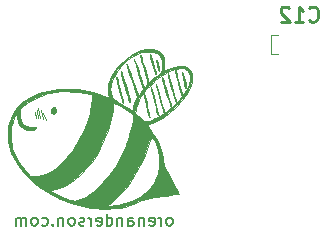
<source format=gbr>
%TF.GenerationSoftware,KiCad,Pcbnew,(5.1.12)-1*%
%TF.CreationDate,2022-08-18T02:06:40-04:00*%
%TF.ProjectId,MiniMicro,4d696e69-4d69-4637-926f-2e6b69636164,rev?*%
%TF.SameCoordinates,Original*%
%TF.FileFunction,Legend,Bot*%
%TF.FilePolarity,Positive*%
%FSLAX46Y46*%
G04 Gerber Fmt 4.6, Leading zero omitted, Abs format (unit mm)*
G04 Created by KiCad (PCBNEW (5.1.12)-1) date 2022-08-18 02:06:40*
%MOMM*%
%LPD*%
G01*
G04 APERTURE LIST*
%ADD10C,0.150000*%
%ADD11C,0.101600*%
%ADD12C,0.010000*%
%ADD13C,0.120000*%
%ADD14C,0.254000*%
G04 APERTURE END LIST*
D10*
X212827380Y-100782380D02*
X212922619Y-100734761D01*
X212970238Y-100687142D01*
X213017857Y-100591904D01*
X213017857Y-100306190D01*
X212970238Y-100210952D01*
X212922619Y-100163333D01*
X212827380Y-100115714D01*
X212684523Y-100115714D01*
X212589285Y-100163333D01*
X212541666Y-100210952D01*
X212494047Y-100306190D01*
X212494047Y-100591904D01*
X212541666Y-100687142D01*
X212589285Y-100734761D01*
X212684523Y-100782380D01*
X212827380Y-100782380D01*
X212065476Y-100782380D02*
X212065476Y-100115714D01*
X212065476Y-100306190D02*
X212017857Y-100210952D01*
X211970238Y-100163333D01*
X211875000Y-100115714D01*
X211779761Y-100115714D01*
X211065476Y-100734761D02*
X211160714Y-100782380D01*
X211351190Y-100782380D01*
X211446428Y-100734761D01*
X211494047Y-100639523D01*
X211494047Y-100258571D01*
X211446428Y-100163333D01*
X211351190Y-100115714D01*
X211160714Y-100115714D01*
X211065476Y-100163333D01*
X211017857Y-100258571D01*
X211017857Y-100353809D01*
X211494047Y-100449047D01*
X210589285Y-100115714D02*
X210589285Y-100782380D01*
X210589285Y-100210952D02*
X210541666Y-100163333D01*
X210446428Y-100115714D01*
X210303571Y-100115714D01*
X210208333Y-100163333D01*
X210160714Y-100258571D01*
X210160714Y-100782380D01*
X209255952Y-100782380D02*
X209255952Y-100258571D01*
X209303571Y-100163333D01*
X209398809Y-100115714D01*
X209589285Y-100115714D01*
X209684523Y-100163333D01*
X209255952Y-100734761D02*
X209351190Y-100782380D01*
X209589285Y-100782380D01*
X209684523Y-100734761D01*
X209732142Y-100639523D01*
X209732142Y-100544285D01*
X209684523Y-100449047D01*
X209589285Y-100401428D01*
X209351190Y-100401428D01*
X209255952Y-100353809D01*
X208779761Y-100115714D02*
X208779761Y-100782380D01*
X208779761Y-100210952D02*
X208732142Y-100163333D01*
X208636904Y-100115714D01*
X208494047Y-100115714D01*
X208398809Y-100163333D01*
X208351190Y-100258571D01*
X208351190Y-100782380D01*
X207446428Y-100782380D02*
X207446428Y-99782380D01*
X207446428Y-100734761D02*
X207541666Y-100782380D01*
X207732142Y-100782380D01*
X207827380Y-100734761D01*
X207875000Y-100687142D01*
X207922619Y-100591904D01*
X207922619Y-100306190D01*
X207875000Y-100210952D01*
X207827380Y-100163333D01*
X207732142Y-100115714D01*
X207541666Y-100115714D01*
X207446428Y-100163333D01*
X206589285Y-100734761D02*
X206684523Y-100782380D01*
X206875000Y-100782380D01*
X206970238Y-100734761D01*
X207017857Y-100639523D01*
X207017857Y-100258571D01*
X206970238Y-100163333D01*
X206875000Y-100115714D01*
X206684523Y-100115714D01*
X206589285Y-100163333D01*
X206541666Y-100258571D01*
X206541666Y-100353809D01*
X207017857Y-100449047D01*
X206113095Y-100782380D02*
X206113095Y-100115714D01*
X206113095Y-100306190D02*
X206065476Y-100210952D01*
X206017857Y-100163333D01*
X205922619Y-100115714D01*
X205827380Y-100115714D01*
X205541666Y-100734761D02*
X205446428Y-100782380D01*
X205255952Y-100782380D01*
X205160714Y-100734761D01*
X205113095Y-100639523D01*
X205113095Y-100591904D01*
X205160714Y-100496666D01*
X205255952Y-100449047D01*
X205398809Y-100449047D01*
X205494047Y-100401428D01*
X205541666Y-100306190D01*
X205541666Y-100258571D01*
X205494047Y-100163333D01*
X205398809Y-100115714D01*
X205255952Y-100115714D01*
X205160714Y-100163333D01*
X204541666Y-100782380D02*
X204636904Y-100734761D01*
X204684523Y-100687142D01*
X204732142Y-100591904D01*
X204732142Y-100306190D01*
X204684523Y-100210952D01*
X204636904Y-100163333D01*
X204541666Y-100115714D01*
X204398809Y-100115714D01*
X204303571Y-100163333D01*
X204255952Y-100210952D01*
X204208333Y-100306190D01*
X204208333Y-100591904D01*
X204255952Y-100687142D01*
X204303571Y-100734761D01*
X204398809Y-100782380D01*
X204541666Y-100782380D01*
X203779761Y-100115714D02*
X203779761Y-100782380D01*
X203779761Y-100210952D02*
X203732142Y-100163333D01*
X203636904Y-100115714D01*
X203494047Y-100115714D01*
X203398809Y-100163333D01*
X203351190Y-100258571D01*
X203351190Y-100782380D01*
X202875000Y-100687142D02*
X202827380Y-100734761D01*
X202875000Y-100782380D01*
X202922619Y-100734761D01*
X202875000Y-100687142D01*
X202875000Y-100782380D01*
X201970238Y-100734761D02*
X202065476Y-100782380D01*
X202255952Y-100782380D01*
X202351190Y-100734761D01*
X202398809Y-100687142D01*
X202446428Y-100591904D01*
X202446428Y-100306190D01*
X202398809Y-100210952D01*
X202351190Y-100163333D01*
X202255952Y-100115714D01*
X202065476Y-100115714D01*
X201970238Y-100163333D01*
X201398809Y-100782380D02*
X201494047Y-100734761D01*
X201541666Y-100687142D01*
X201589285Y-100591904D01*
X201589285Y-100306190D01*
X201541666Y-100210952D01*
X201494047Y-100163333D01*
X201398809Y-100115714D01*
X201255952Y-100115714D01*
X201160714Y-100163333D01*
X201113095Y-100210952D01*
X201065476Y-100306190D01*
X201065476Y-100591904D01*
X201113095Y-100687142D01*
X201160714Y-100734761D01*
X201255952Y-100782380D01*
X201398809Y-100782380D01*
X200636904Y-100782380D02*
X200636904Y-100115714D01*
X200636904Y-100210952D02*
X200589285Y-100163333D01*
X200494047Y-100115714D01*
X200351190Y-100115714D01*
X200255952Y-100163333D01*
X200208333Y-100258571D01*
X200208333Y-100782380D01*
X200208333Y-100258571D02*
X200160714Y-100163333D01*
X200065476Y-100115714D01*
X199922619Y-100115714D01*
X199827380Y-100163333D01*
X199779761Y-100258571D01*
X199779761Y-100782380D01*
D11*
%TO.C,G\u002A\u002A\u002A*%
X201443167Y-91647833D02*
X201379946Y-91208625D01*
X201637636Y-91651802D02*
X201505623Y-91022093D01*
X201835000Y-91710000D02*
X201644250Y-90843500D01*
X202052418Y-91766116D02*
X201843267Y-90981732D01*
X202297816Y-91846826D02*
X202078167Y-91245666D01*
D12*
G36*
X211656674Y-86772257D02*
G01*
X211655119Y-86877043D01*
X211674165Y-87041399D01*
X211708231Y-87233630D01*
X211751740Y-87422037D01*
X211799112Y-87574923D01*
X211842781Y-87658575D01*
X211892748Y-87682774D01*
X211897270Y-87658575D01*
X211881158Y-87540618D01*
X211844426Y-87356406D01*
X211796545Y-87145981D01*
X211746987Y-86949386D01*
X211705226Y-86806664D01*
X211684407Y-86758739D01*
X211656674Y-86772257D01*
G37*
X211656674Y-86772257D02*
X211655119Y-86877043D01*
X211674165Y-87041399D01*
X211708231Y-87233630D01*
X211751740Y-87422037D01*
X211799112Y-87574923D01*
X211842781Y-87658575D01*
X211892748Y-87682774D01*
X211897270Y-87658575D01*
X211881158Y-87540618D01*
X211844426Y-87356406D01*
X211796545Y-87145981D01*
X211746987Y-86949386D01*
X211705226Y-86806664D01*
X211684407Y-86758739D01*
X211656674Y-86772257D01*
G36*
X211074451Y-86272841D02*
G01*
X211073546Y-86301791D01*
X211091049Y-86409928D01*
X211138479Y-86599618D01*
X211207335Y-86843740D01*
X211289114Y-87115176D01*
X211375314Y-87386804D01*
X211457435Y-87631506D01*
X211526974Y-87822160D01*
X211575429Y-87931647D01*
X211589454Y-87947500D01*
X211621098Y-87901162D01*
X211614683Y-87868125D01*
X211586973Y-87779345D01*
X211531021Y-87595271D01*
X211454818Y-87342330D01*
X211366353Y-87046947D01*
X211361572Y-87030937D01*
X211252446Y-86671598D01*
X211172867Y-86425474D01*
X211119138Y-86283211D01*
X211087565Y-86235452D01*
X211074451Y-86272841D01*
G37*
X211074451Y-86272841D02*
X211073546Y-86301791D01*
X211091049Y-86409928D01*
X211138479Y-86599618D01*
X211207335Y-86843740D01*
X211289114Y-87115176D01*
X211375314Y-87386804D01*
X211457435Y-87631506D01*
X211526974Y-87822160D01*
X211575429Y-87931647D01*
X211589454Y-87947500D01*
X211621098Y-87901162D01*
X211614683Y-87868125D01*
X211586973Y-87779345D01*
X211531021Y-87595271D01*
X211454818Y-87342330D01*
X211366353Y-87046947D01*
X211361572Y-87030937D01*
X211252446Y-86671598D01*
X211172867Y-86425474D01*
X211119138Y-86283211D01*
X211087565Y-86235452D01*
X211074451Y-86272841D01*
G36*
X208637600Y-87762277D02*
G01*
X208674299Y-87954220D01*
X208752036Y-88258326D01*
X208854355Y-88619767D01*
X209002124Y-89126419D01*
X209118901Y-89524172D01*
X209208954Y-89826131D01*
X209276551Y-90045404D01*
X209325962Y-90195097D01*
X209361453Y-90288318D01*
X209387295Y-90338172D01*
X209407754Y-90357768D01*
X209421257Y-90360500D01*
X209446469Y-90308462D01*
X209426326Y-90185875D01*
X209392529Y-90070465D01*
X209329838Y-89856024D01*
X209244936Y-89565430D01*
X209144509Y-89221566D01*
X209041354Y-88868250D01*
X208935318Y-88507736D01*
X208840674Y-88191094D01*
X208763359Y-87937778D01*
X208709313Y-87767245D01*
X208684476Y-87698949D01*
X208684346Y-87698791D01*
X208641196Y-87678474D01*
X208637600Y-87762277D01*
G37*
X208637600Y-87762277D02*
X208674299Y-87954220D01*
X208752036Y-88258326D01*
X208854355Y-88619767D01*
X209002124Y-89126419D01*
X209118901Y-89524172D01*
X209208954Y-89826131D01*
X209276551Y-90045404D01*
X209325962Y-90195097D01*
X209361453Y-90288318D01*
X209387295Y-90338172D01*
X209407754Y-90357768D01*
X209421257Y-90360500D01*
X209446469Y-90308462D01*
X209426326Y-90185875D01*
X209392529Y-90070465D01*
X209329838Y-89856024D01*
X209244936Y-89565430D01*
X209144509Y-89221566D01*
X209041354Y-88868250D01*
X208935318Y-88507736D01*
X208840674Y-88191094D01*
X208763359Y-87937778D01*
X208709313Y-87767245D01*
X208684476Y-87698949D01*
X208684346Y-87698791D01*
X208641196Y-87678474D01*
X208637600Y-87762277D01*
G36*
X208247423Y-88212931D02*
G01*
X208246447Y-88213886D01*
X208248443Y-88284444D01*
X208278311Y-88452248D01*
X208330027Y-88693341D01*
X208397565Y-88983765D01*
X208474897Y-89299565D01*
X208555999Y-89616783D01*
X208634844Y-89911464D01*
X208705407Y-90159649D01*
X208761661Y-90337382D01*
X208797580Y-90420707D01*
X208802371Y-90424000D01*
X208851453Y-90392405D01*
X208851500Y-90390944D01*
X208836808Y-90315848D01*
X208796820Y-90143871D01*
X208737671Y-89899402D01*
X208665495Y-89606830D01*
X208586426Y-89290547D01*
X208506598Y-88974941D01*
X208432147Y-88684404D01*
X208369205Y-88443323D01*
X208323908Y-88276091D01*
X208302389Y-88207095D01*
X208302169Y-88206791D01*
X208247423Y-88212931D01*
G37*
X208247423Y-88212931D02*
X208246447Y-88213886D01*
X208248443Y-88284444D01*
X208278311Y-88452248D01*
X208330027Y-88693341D01*
X208397565Y-88983765D01*
X208474897Y-89299565D01*
X208555999Y-89616783D01*
X208634844Y-89911464D01*
X208705407Y-90159649D01*
X208761661Y-90337382D01*
X208797580Y-90420707D01*
X208802371Y-90424000D01*
X208851453Y-90392405D01*
X208851500Y-90390944D01*
X208836808Y-90315848D01*
X208796820Y-90143871D01*
X208737671Y-89899402D01*
X208665495Y-89606830D01*
X208586426Y-89290547D01*
X208506598Y-88974941D01*
X208432147Y-88684404D01*
X208369205Y-88443323D01*
X208323908Y-88276091D01*
X208302389Y-88207095D01*
X208302169Y-88206791D01*
X208247423Y-88212931D01*
G36*
X213805722Y-87820495D02*
G01*
X213820798Y-87969526D01*
X213862795Y-88198769D01*
X213906382Y-88394507D01*
X213969612Y-88667330D01*
X214019992Y-88894737D01*
X214051286Y-89047974D01*
X214058500Y-89096088D01*
X214106988Y-89152354D01*
X214122000Y-89154000D01*
X214179296Y-89104129D01*
X214182906Y-89074625D01*
X214164291Y-88939564D01*
X214120168Y-88735126D01*
X214059308Y-88492819D01*
X213990484Y-88244150D01*
X213922467Y-88020626D01*
X213864030Y-87853755D01*
X213823944Y-87775043D01*
X213820500Y-87772916D01*
X213805722Y-87820495D01*
G37*
X213805722Y-87820495D02*
X213820798Y-87969526D01*
X213862795Y-88198769D01*
X213906382Y-88394507D01*
X213969612Y-88667330D01*
X214019992Y-88894737D01*
X214051286Y-89047974D01*
X214058500Y-89096088D01*
X214106988Y-89152354D01*
X214122000Y-89154000D01*
X214179296Y-89104129D01*
X214182906Y-89074625D01*
X214164291Y-88939564D01*
X214120168Y-88735126D01*
X214059308Y-88492819D01*
X213990484Y-88244150D01*
X213922467Y-88020626D01*
X213864030Y-87853755D01*
X213823944Y-87775043D01*
X213820500Y-87772916D01*
X213805722Y-87820495D01*
G36*
X213212225Y-87669758D02*
G01*
X213230140Y-87802529D01*
X213280586Y-88028483D01*
X213365406Y-88357948D01*
X213449371Y-88667153D01*
X213569334Y-89095503D01*
X213661658Y-89407072D01*
X213728786Y-89608464D01*
X213773158Y-89706284D01*
X213797218Y-89707137D01*
X213803491Y-89624958D01*
X213787161Y-89525154D01*
X213743639Y-89334562D01*
X213679985Y-89079253D01*
X213603259Y-88785303D01*
X213520524Y-88478784D01*
X213438838Y-88185770D01*
X213365264Y-87932335D01*
X213306863Y-87744552D01*
X213270694Y-87648494D01*
X213266620Y-87642452D01*
X213224999Y-87619842D01*
X213212225Y-87669758D01*
G37*
X213212225Y-87669758D02*
X213230140Y-87802529D01*
X213280586Y-88028483D01*
X213365406Y-88357948D01*
X213449371Y-88667153D01*
X213569334Y-89095503D01*
X213661658Y-89407072D01*
X213728786Y-89608464D01*
X213773158Y-89706284D01*
X213797218Y-89707137D01*
X213803491Y-89624958D01*
X213787161Y-89525154D01*
X213743639Y-89334562D01*
X213679985Y-89079253D01*
X213603259Y-88785303D01*
X213520524Y-88478784D01*
X213438838Y-88185770D01*
X213365264Y-87932335D01*
X213306863Y-87744552D01*
X213270694Y-87648494D01*
X213266620Y-87642452D01*
X213224999Y-87619842D01*
X213212225Y-87669758D01*
G36*
X212606205Y-87906548D02*
G01*
X212618946Y-87996092D01*
X212659860Y-88171976D01*
X212731123Y-88443946D01*
X212834913Y-88821750D01*
X212918662Y-89120912D01*
X213043089Y-89559902D01*
X213138196Y-89886443D01*
X213207457Y-90110781D01*
X213254346Y-90243160D01*
X213282337Y-90293826D01*
X213294904Y-90273023D01*
X213296500Y-90235114D01*
X213279584Y-90141701D01*
X213233493Y-89951515D01*
X213165212Y-89689528D01*
X213081727Y-89380710D01*
X212990023Y-89050032D01*
X212897088Y-88722466D01*
X212809905Y-88422981D01*
X212735461Y-88176549D01*
X212680741Y-88008141D01*
X212656532Y-87947500D01*
X212619460Y-87893600D01*
X212606205Y-87906548D01*
G37*
X212606205Y-87906548D02*
X212618946Y-87996092D01*
X212659860Y-88171976D01*
X212731123Y-88443946D01*
X212834913Y-88821750D01*
X212918662Y-89120912D01*
X213043089Y-89559902D01*
X213138196Y-89886443D01*
X213207457Y-90110781D01*
X213254346Y-90243160D01*
X213282337Y-90293826D01*
X213294904Y-90273023D01*
X213296500Y-90235114D01*
X213279584Y-90141701D01*
X213233493Y-89951515D01*
X213165212Y-89689528D01*
X213081727Y-89380710D01*
X212990023Y-89050032D01*
X212897088Y-88722466D01*
X212809905Y-88422981D01*
X212735461Y-88176549D01*
X212680741Y-88008141D01*
X212656532Y-87947500D01*
X212619460Y-87893600D01*
X212606205Y-87906548D01*
G36*
X212094676Y-88298846D02*
G01*
X212131492Y-88463836D01*
X212196256Y-88704237D01*
X212281906Y-88997841D01*
X212381380Y-89322437D01*
X212487617Y-89655817D01*
X212593554Y-89975772D01*
X212692131Y-90260094D01*
X212776284Y-90486572D01*
X212838953Y-90632999D01*
X212870794Y-90678000D01*
X212906295Y-90632601D01*
X212899106Y-90598625D01*
X212871601Y-90516092D01*
X212813810Y-90336600D01*
X212733390Y-90084389D01*
X212637995Y-89783700D01*
X212535283Y-89458773D01*
X212432909Y-89133849D01*
X212338528Y-88833168D01*
X212259797Y-88580971D01*
X212204372Y-88401499D01*
X212186856Y-88343452D01*
X212136324Y-88245244D01*
X212092870Y-88231476D01*
X212094676Y-88298846D01*
G37*
X212094676Y-88298846D02*
X212131492Y-88463836D01*
X212196256Y-88704237D01*
X212281906Y-88997841D01*
X212381380Y-89322437D01*
X212487617Y-89655817D01*
X212593554Y-89975772D01*
X212692131Y-90260094D01*
X212776284Y-90486572D01*
X212838953Y-90632999D01*
X212870794Y-90678000D01*
X212906295Y-90632601D01*
X212899106Y-90598625D01*
X212871601Y-90516092D01*
X212813810Y-90336600D01*
X212733390Y-90084389D01*
X212637995Y-89783700D01*
X212535283Y-89458773D01*
X212432909Y-89133849D01*
X212338528Y-88833168D01*
X212259797Y-88580971D01*
X212204372Y-88401499D01*
X212186856Y-88343452D01*
X212136324Y-88245244D01*
X212092870Y-88231476D01*
X212094676Y-88298846D01*
G36*
X211585171Y-88830141D02*
G01*
X211619413Y-88986647D01*
X211677399Y-89220140D01*
X211752918Y-89508241D01*
X211839759Y-89828575D01*
X211931712Y-90158762D01*
X212022567Y-90476425D01*
X212106113Y-90759187D01*
X212176140Y-90984670D01*
X212226436Y-91130496D01*
X212247191Y-91173856D01*
X212277802Y-91157946D01*
X212280500Y-91130497D01*
X212263462Y-91033719D01*
X212216844Y-90845643D01*
X212147394Y-90589005D01*
X212061858Y-90286539D01*
X211966984Y-89960981D01*
X211869519Y-89635066D01*
X211776209Y-89331529D01*
X211693801Y-89073105D01*
X211629043Y-88882531D01*
X211588682Y-88782540D01*
X211580883Y-88773000D01*
X211585171Y-88830141D01*
G37*
X211585171Y-88830141D02*
X211619413Y-88986647D01*
X211677399Y-89220140D01*
X211752918Y-89508241D01*
X211839759Y-89828575D01*
X211931712Y-90158762D01*
X212022567Y-90476425D01*
X212106113Y-90759187D01*
X212176140Y-90984670D01*
X212226436Y-91130496D01*
X212247191Y-91173856D01*
X212277802Y-91157946D01*
X212280500Y-91130497D01*
X212263462Y-91033719D01*
X212216844Y-90845643D01*
X212147394Y-90589005D01*
X212061858Y-90286539D01*
X211966984Y-89960981D01*
X211869519Y-89635066D01*
X211776209Y-89331529D01*
X211693801Y-89073105D01*
X211629043Y-88882531D01*
X211588682Y-88782540D01*
X211580883Y-88773000D01*
X211585171Y-88830141D01*
G36*
X211196186Y-89147799D02*
G01*
X211222760Y-89304425D01*
X211272187Y-89537467D01*
X211338665Y-89824016D01*
X211416392Y-90141161D01*
X211499564Y-90465993D01*
X211582381Y-90775602D01*
X211659038Y-91047078D01*
X211723735Y-91257511D01*
X211770668Y-91383991D01*
X211785284Y-91408250D01*
X211830702Y-91424317D01*
X211823086Y-91344750D01*
X211736659Y-90990872D01*
X211641492Y-90617321D01*
X211543168Y-90244242D01*
X211447269Y-89891780D01*
X211359382Y-89580081D01*
X211285088Y-89329290D01*
X211229972Y-89159553D01*
X211199618Y-89091016D01*
X211198268Y-89090500D01*
X211196186Y-89147799D01*
G37*
X211196186Y-89147799D02*
X211222760Y-89304425D01*
X211272187Y-89537467D01*
X211338665Y-89824016D01*
X211416392Y-90141161D01*
X211499564Y-90465993D01*
X211582381Y-90775602D01*
X211659038Y-91047078D01*
X211723735Y-91257511D01*
X211770668Y-91383991D01*
X211785284Y-91408250D01*
X211830702Y-91424317D01*
X211823086Y-91344750D01*
X211736659Y-90990872D01*
X211641492Y-90617321D01*
X211543168Y-90244242D01*
X211447269Y-89891780D01*
X211359382Y-89580081D01*
X211285088Y-89329290D01*
X211229972Y-89159553D01*
X211199618Y-89091016D01*
X211198268Y-89090500D01*
X211196186Y-89147799D01*
G36*
X202771480Y-90857449D02*
G01*
X202724236Y-91042057D01*
X202723750Y-91065920D01*
X202738597Y-91216381D01*
X202801975Y-91282532D01*
X202884877Y-91300040D01*
X203023584Y-91298346D01*
X203091252Y-91273581D01*
X203135227Y-91162303D01*
X203136278Y-91001866D01*
X203100956Y-90849513D01*
X203035810Y-90762485D01*
X203032619Y-90761151D01*
X202881230Y-90756950D01*
X202771480Y-90857449D01*
G37*
X202771480Y-90857449D02*
X202724236Y-91042057D01*
X202723750Y-91065920D01*
X202738597Y-91216381D01*
X202801975Y-91282532D01*
X202884877Y-91300040D01*
X203023584Y-91298346D01*
X203091252Y-91273581D01*
X203135227Y-91162303D01*
X203136278Y-91001866D01*
X203100956Y-90849513D01*
X203035810Y-90762485D01*
X203032619Y-90761151D01*
X202881230Y-90756950D01*
X202771480Y-90857449D01*
G36*
X210832522Y-85831793D02*
G01*
X210327897Y-85958845D01*
X209804000Y-86178332D01*
X209533770Y-86320652D01*
X209300306Y-86471470D01*
X209068693Y-86657086D01*
X208804012Y-86903803D01*
X208686274Y-87020273D01*
X208411184Y-87304520D01*
X208206322Y-87542855D01*
X208044783Y-87771183D01*
X207899662Y-88025411D01*
X207829953Y-88163087D01*
X207697550Y-88441445D01*
X207614948Y-88650428D01*
X207570644Y-88831886D01*
X207553135Y-89027669D01*
X207550680Y-89179087D01*
X207557790Y-89433079D01*
X207577297Y-89659007D01*
X207603798Y-89803036D01*
X207657845Y-89975822D01*
X207254548Y-89811211D01*
X207192983Y-89789890D01*
X206203065Y-89789890D01*
X206195914Y-89965411D01*
X206173787Y-90210363D01*
X206147720Y-90428242D01*
X205992002Y-91266468D01*
X205751407Y-92093844D01*
X205435018Y-92895294D01*
X205051918Y-93655742D01*
X204611190Y-94360112D01*
X204121916Y-94993328D01*
X203593179Y-95540313D01*
X203034060Y-95985991D01*
X202663609Y-96211561D01*
X202277361Y-96398839D01*
X201939246Y-96513631D01*
X201603559Y-96569026D01*
X201379703Y-96579252D01*
X200988156Y-96583500D01*
X200628546Y-96186625D01*
X200215670Y-95672457D01*
X199855676Y-95109197D01*
X199577795Y-94543453D01*
X199542774Y-94455471D01*
X199451351Y-94183284D01*
X199391987Y-93909439D01*
X199356031Y-93586057D01*
X199341886Y-93343813D01*
X199337057Y-92824158D01*
X199378916Y-92388779D01*
X199473406Y-92001665D01*
X199624686Y-91630500D01*
X199793304Y-91281250D01*
X199835692Y-91630500D01*
X199928611Y-92040425D01*
X200097265Y-92349413D01*
X200344512Y-92560537D01*
X200673207Y-92676865D01*
X200828048Y-92697534D01*
X201091045Y-92699700D01*
X201275796Y-92649760D01*
X201325992Y-92621086D01*
X201456740Y-92515040D01*
X201467280Y-92448295D01*
X201358586Y-92422148D01*
X201183875Y-92431613D01*
X200938902Y-92435730D01*
X200719343Y-92375484D01*
X200596500Y-92317496D01*
X200349708Y-92146319D01*
X200190281Y-91921570D01*
X200107295Y-91621748D01*
X200088599Y-91317990D01*
X200092891Y-91092553D01*
X200119450Y-90945084D01*
X200188599Y-90826563D01*
X200320660Y-90687974D01*
X200369138Y-90641331D01*
X200770387Y-90324584D01*
X201271872Y-90038257D01*
X201848371Y-89793064D01*
X202474657Y-89599721D01*
X203125506Y-89468944D01*
X203130833Y-89468166D01*
X203551967Y-89429444D01*
X204050748Y-89419014D01*
X204581422Y-89435154D01*
X205098234Y-89476139D01*
X205555430Y-89540244D01*
X205675603Y-89564045D01*
X205908331Y-89618676D01*
X206090289Y-89669664D01*
X206187587Y-89707335D01*
X206193445Y-89711902D01*
X206203065Y-89789890D01*
X207192983Y-89789890D01*
X206571650Y-89574712D01*
X205823647Y-89389551D01*
X205048937Y-89261565D01*
X204285915Y-89196593D01*
X203572979Y-89200472D01*
X203353229Y-89218061D01*
X202515212Y-89349747D01*
X201751432Y-89564706D01*
X201068450Y-89859176D01*
X200472825Y-90229398D01*
X199971119Y-90671612D01*
X199569894Y-91182057D01*
X199396878Y-91485625D01*
X199233780Y-91915325D01*
X199126177Y-92422975D01*
X199077406Y-92970731D01*
X199090805Y-93520750D01*
X199169708Y-94035187D01*
X199171431Y-94042537D01*
X199370886Y-94646835D01*
X199684125Y-95266935D01*
X200101665Y-95888068D01*
X200614023Y-96495465D01*
X200986338Y-96869250D01*
X201733692Y-97492261D01*
X202572094Y-98043608D01*
X203481567Y-98513285D01*
X204442130Y-98891285D01*
X205433805Y-99167604D01*
X205676500Y-99218123D01*
X206074283Y-99277902D01*
X206542638Y-99320565D01*
X207044710Y-99345210D01*
X207543641Y-99350931D01*
X208002576Y-99336827D01*
X208384657Y-99301992D01*
X208481418Y-99286899D01*
X208979485Y-99182130D01*
X209428956Y-99047246D01*
X209888604Y-98863035D01*
X210153250Y-98740366D01*
X210327311Y-98659472D01*
X210486921Y-98594563D01*
X210653594Y-98540773D01*
X210848847Y-98493230D01*
X211094194Y-98447068D01*
X211411152Y-98397418D01*
X211821236Y-98339411D01*
X212082937Y-98303718D01*
X212493098Y-98247000D01*
X212859631Y-98194159D01*
X213164282Y-98148002D01*
X213388795Y-98111338D01*
X213514916Y-98086977D01*
X213535453Y-98080214D01*
X213515314Y-98018095D01*
X213441579Y-97861780D01*
X213322744Y-97627858D01*
X213167307Y-97332919D01*
X212983762Y-96993554D01*
X212912443Y-96863706D01*
X212694289Y-96466307D01*
X212529413Y-96158472D01*
X212408983Y-95918991D01*
X212324164Y-95726653D01*
X212266123Y-95560247D01*
X212226026Y-95398564D01*
X212219313Y-95359961D01*
X211913476Y-95359961D01*
X211886146Y-95851755D01*
X211806521Y-96297888D01*
X211778054Y-96397580D01*
X211631206Y-96760837D01*
X211417343Y-97155686D01*
X211166022Y-97531236D01*
X211000478Y-97736470D01*
X210671010Y-98043277D01*
X210247211Y-98335423D01*
X209761688Y-98594264D01*
X209247047Y-98801155D01*
X209013394Y-98872683D01*
X208690333Y-98952769D01*
X208362855Y-99019253D01*
X208054084Y-99069205D01*
X207787144Y-99099697D01*
X207585159Y-99107797D01*
X207471252Y-99090577D01*
X207454500Y-99070192D01*
X207505122Y-99005487D01*
X207597375Y-98948919D01*
X207783366Y-98832888D01*
X208025094Y-98642716D01*
X208296965Y-98401807D01*
X208573387Y-98133562D01*
X208828768Y-97861386D01*
X208974230Y-97689884D01*
X209320250Y-97222349D01*
X209677722Y-96672525D01*
X210030378Y-96070774D01*
X210361950Y-95447459D01*
X210656171Y-94832943D01*
X210896774Y-94257589D01*
X211047527Y-93820179D01*
X211127758Y-93565780D01*
X211198460Y-93364549D01*
X211250067Y-93242518D01*
X211268818Y-93218000D01*
X211317866Y-93273134D01*
X211397722Y-93420026D01*
X211496263Y-93630909D01*
X211601368Y-93878016D01*
X211700917Y-94133580D01*
X211782786Y-94369833D01*
X211807968Y-94453053D01*
X211887691Y-94875922D01*
X211913476Y-95359961D01*
X212219313Y-95359961D01*
X212195040Y-95220391D01*
X212177446Y-95098888D01*
X212020509Y-94350444D01*
X211762511Y-93654950D01*
X211393694Y-92989579D01*
X211096626Y-92571142D01*
X210941426Y-92352804D01*
X210878140Y-92220735D01*
X210895326Y-92177062D01*
X211004290Y-92146549D01*
X211181532Y-92097730D01*
X211264500Y-92075042D01*
X211781182Y-91880001D01*
X212311600Y-91582398D01*
X212834998Y-91201900D01*
X213330617Y-90758171D01*
X213777702Y-90270876D01*
X214155495Y-89759680D01*
X214443240Y-89244249D01*
X214560123Y-88952791D01*
X214658206Y-88571965D01*
X214693205Y-88215558D01*
X214684324Y-88119370D01*
X214517243Y-88119370D01*
X214500801Y-88450844D01*
X214384553Y-88845766D01*
X214218968Y-89214089D01*
X213892457Y-89756656D01*
X213476987Y-90280976D01*
X212995394Y-90766755D01*
X212470511Y-91193702D01*
X211925174Y-91541523D01*
X211382217Y-91789927D01*
X211282296Y-91823862D01*
X211000196Y-91905856D01*
X210794429Y-91932677D01*
X210623280Y-91895991D01*
X210445032Y-91787462D01*
X210236490Y-91614891D01*
X210131368Y-91523458D01*
X209708986Y-91523458D01*
X209700960Y-91648160D01*
X209696676Y-91677280D01*
X209642676Y-91964184D01*
X209557797Y-92333987D01*
X209451980Y-92750011D01*
X209335168Y-93175578D01*
X209217302Y-93574010D01*
X209108324Y-93908631D01*
X209046681Y-94075250D01*
X208663640Y-94922794D01*
X208215660Y-95721543D01*
X207714179Y-96456644D01*
X207170632Y-97113244D01*
X206596456Y-97676491D01*
X206003089Y-98131530D01*
X205847569Y-98229988D01*
X205659738Y-98327745D01*
X205413890Y-98434706D01*
X205148063Y-98536745D01*
X204900298Y-98619731D01*
X204708633Y-98669538D01*
X204642232Y-98677660D01*
X204536105Y-98656197D01*
X204344428Y-98597451D01*
X204099389Y-98511749D01*
X203951005Y-98455888D01*
X203644020Y-98331096D01*
X203330081Y-98193248D01*
X203063233Y-98066367D01*
X202993048Y-98030107D01*
X202803845Y-97925984D01*
X202709367Y-97854183D01*
X202716339Y-97800883D01*
X202831487Y-97752260D01*
X203061538Y-97694490D01*
X203168250Y-97670053D01*
X203666760Y-97503172D01*
X204189869Y-97231323D01*
X204719835Y-96869272D01*
X205238914Y-96431785D01*
X205729365Y-95933628D01*
X206173443Y-95389567D01*
X206508167Y-94890541D01*
X206900111Y-94185484D01*
X207243266Y-93455337D01*
X207528722Y-92724569D01*
X207747573Y-92017649D01*
X207890911Y-91359045D01*
X207940310Y-90956433D01*
X207963909Y-90709224D01*
X207991075Y-90515201D01*
X208017110Y-90405520D01*
X208025343Y-90392656D01*
X208098584Y-90410415D01*
X208253856Y-90484450D01*
X208467329Y-90600877D01*
X208715171Y-90745812D01*
X208973553Y-90905371D01*
X209218645Y-91065669D01*
X209403270Y-91195478D01*
X209581164Y-91331639D01*
X209676061Y-91429459D01*
X209708986Y-91523458D01*
X210131368Y-91523458D01*
X209853508Y-91281783D01*
X209890277Y-90971327D01*
X209950357Y-90705759D01*
X210063092Y-90389754D01*
X210206506Y-90074916D01*
X210358622Y-89812846D01*
X210417128Y-89734177D01*
X210540727Y-89584104D01*
X210752117Y-90527927D01*
X210853256Y-90965544D01*
X210936680Y-91297191D01*
X211001096Y-91518651D01*
X211045212Y-91625706D01*
X211067736Y-91614136D01*
X211070493Y-91567000D01*
X211056681Y-91468304D01*
X211019039Y-91275848D01*
X210963738Y-91016382D01*
X210896952Y-90716656D01*
X210824849Y-90403421D01*
X210753604Y-90103428D01*
X210689386Y-89843426D01*
X210638367Y-89650166D01*
X210606720Y-89550399D01*
X210604050Y-89545193D01*
X210626134Y-89469260D01*
X210727201Y-89328618D01*
X210889648Y-89141021D01*
X211095872Y-88924221D01*
X211328269Y-88695973D01*
X211569236Y-88474029D01*
X211801169Y-88276144D01*
X212006466Y-88120069D01*
X212039231Y-88097786D01*
X212479279Y-87836759D01*
X212919917Y-87633159D01*
X213332750Y-87498043D01*
X213689380Y-87442469D01*
X213724124Y-87441685D01*
X213949241Y-87453842D01*
X214107462Y-87506671D01*
X214251370Y-87614125D01*
X214434044Y-87843183D01*
X214517243Y-88119370D01*
X214684324Y-88119370D01*
X214665103Y-87911211D01*
X214573886Y-87686568D01*
X214560894Y-87669044D01*
X214302138Y-87437923D01*
X213972703Y-87311386D01*
X213574126Y-87289551D01*
X213107948Y-87372536D01*
X212663019Y-87524231D01*
X212291754Y-87674191D01*
X212326252Y-87218050D01*
X212327713Y-87103898D01*
X212146191Y-87103898D01*
X212145988Y-87115515D01*
X212134030Y-87396905D01*
X212100194Y-87604321D01*
X212026673Y-87770367D01*
X211895661Y-87927645D01*
X211689352Y-88108759D01*
X211536958Y-88230641D01*
X211320449Y-88395646D01*
X211142525Y-88520061D01*
X211024794Y-88589463D01*
X210988842Y-88596490D01*
X210963702Y-88523218D01*
X210910542Y-88348215D01*
X210835420Y-88092092D01*
X210744390Y-87775462D01*
X210658215Y-87471250D01*
X210558860Y-87120846D01*
X210470698Y-86814901D01*
X210399649Y-86573550D01*
X210351629Y-86416932D01*
X210333207Y-86365291D01*
X210294768Y-86341821D01*
X210289944Y-86412209D01*
X210319923Y-86582341D01*
X210385890Y-86858105D01*
X210489031Y-87245388D01*
X210566988Y-87525684D01*
X210667587Y-87887756D01*
X210754761Y-88209935D01*
X210823067Y-88471409D01*
X210867065Y-88651368D01*
X210881388Y-88727879D01*
X210847465Y-88815788D01*
X210770426Y-88932242D01*
X210682421Y-89036147D01*
X210615600Y-89086406D01*
X210603075Y-89083620D01*
X210577539Y-89018345D01*
X210519644Y-88850434D01*
X210435511Y-88598279D01*
X210331260Y-88280274D01*
X210213014Y-87914813D01*
X210182724Y-87820500D01*
X210062746Y-87453929D01*
X209954663Y-87137979D01*
X209864505Y-86889124D01*
X209798304Y-86723840D01*
X209762093Y-86658599D01*
X209758082Y-86660688D01*
X209768382Y-86742532D01*
X209813058Y-86925612D01*
X209886679Y-87190563D01*
X209983815Y-87518020D01*
X210099037Y-87888618D01*
X210126862Y-87975853D01*
X210523182Y-89212579D01*
X210345455Y-89469039D01*
X210235358Y-89617419D01*
X210152735Y-89709910D01*
X210128739Y-89725277D01*
X210097924Y-89667847D01*
X210032761Y-89506899D01*
X209939504Y-89259252D01*
X209824407Y-88941724D01*
X209693723Y-88571132D01*
X209615189Y-88344152D01*
X209480230Y-87957920D01*
X209358487Y-87621845D01*
X209255846Y-87351173D01*
X209178194Y-87161148D01*
X209131418Y-87067016D01*
X209120567Y-87063164D01*
X209134738Y-87149969D01*
X209185517Y-87338024D01*
X209267229Y-87608828D01*
X209374197Y-87943876D01*
X209500744Y-88324667D01*
X209568633Y-88523664D01*
X210036760Y-89884250D01*
X209857078Y-90265250D01*
X209763071Y-90488911D01*
X209697960Y-90690309D01*
X209677199Y-90810291D01*
X209662811Y-90949023D01*
X209636394Y-91014940D01*
X209615175Y-91033627D01*
X209585070Y-91035144D01*
X209525373Y-91008708D01*
X209415380Y-90943536D01*
X209234384Y-90828845D01*
X209042000Y-90705393D01*
X208785214Y-90546886D01*
X208516308Y-90390838D01*
X208303987Y-90276502D01*
X208053563Y-90107142D01*
X207885958Y-89883266D01*
X207791580Y-89585130D01*
X207760836Y-89192985D01*
X207760832Y-89158379D01*
X207770137Y-88939425D01*
X207803933Y-88748904D01*
X207874316Y-88544155D01*
X207993379Y-88282518D01*
X208030858Y-88205879D01*
X208335792Y-87700066D01*
X208730192Y-87218429D01*
X209184806Y-86790469D01*
X209670383Y-86445686D01*
X209899250Y-86321602D01*
X210159561Y-86200069D01*
X210359200Y-86126578D01*
X210549422Y-86089167D01*
X210781486Y-86075871D01*
X210958001Y-86074495D01*
X211244686Y-86079529D01*
X211438989Y-86099098D01*
X211575256Y-86139436D01*
X211687834Y-86206780D01*
X211688251Y-86207088D01*
X211953020Y-86460806D01*
X212102280Y-86753021D01*
X212146191Y-87103898D01*
X212327713Y-87103898D01*
X212331300Y-86823747D01*
X212273588Y-86517932D01*
X212145307Y-86274599D01*
X211994869Y-86114622D01*
X211667524Y-85909637D01*
X211279570Y-85815376D01*
X210832522Y-85831793D01*
G37*
X210832522Y-85831793D02*
X210327897Y-85958845D01*
X209804000Y-86178332D01*
X209533770Y-86320652D01*
X209300306Y-86471470D01*
X209068693Y-86657086D01*
X208804012Y-86903803D01*
X208686274Y-87020273D01*
X208411184Y-87304520D01*
X208206322Y-87542855D01*
X208044783Y-87771183D01*
X207899662Y-88025411D01*
X207829953Y-88163087D01*
X207697550Y-88441445D01*
X207614948Y-88650428D01*
X207570644Y-88831886D01*
X207553135Y-89027669D01*
X207550680Y-89179087D01*
X207557790Y-89433079D01*
X207577297Y-89659007D01*
X207603798Y-89803036D01*
X207657845Y-89975822D01*
X207254548Y-89811211D01*
X207192983Y-89789890D01*
X206203065Y-89789890D01*
X206195914Y-89965411D01*
X206173787Y-90210363D01*
X206147720Y-90428242D01*
X205992002Y-91266468D01*
X205751407Y-92093844D01*
X205435018Y-92895294D01*
X205051918Y-93655742D01*
X204611190Y-94360112D01*
X204121916Y-94993328D01*
X203593179Y-95540313D01*
X203034060Y-95985991D01*
X202663609Y-96211561D01*
X202277361Y-96398839D01*
X201939246Y-96513631D01*
X201603559Y-96569026D01*
X201379703Y-96579252D01*
X200988156Y-96583500D01*
X200628546Y-96186625D01*
X200215670Y-95672457D01*
X199855676Y-95109197D01*
X199577795Y-94543453D01*
X199542774Y-94455471D01*
X199451351Y-94183284D01*
X199391987Y-93909439D01*
X199356031Y-93586057D01*
X199341886Y-93343813D01*
X199337057Y-92824158D01*
X199378916Y-92388779D01*
X199473406Y-92001665D01*
X199624686Y-91630500D01*
X199793304Y-91281250D01*
X199835692Y-91630500D01*
X199928611Y-92040425D01*
X200097265Y-92349413D01*
X200344512Y-92560537D01*
X200673207Y-92676865D01*
X200828048Y-92697534D01*
X201091045Y-92699700D01*
X201275796Y-92649760D01*
X201325992Y-92621086D01*
X201456740Y-92515040D01*
X201467280Y-92448295D01*
X201358586Y-92422148D01*
X201183875Y-92431613D01*
X200938902Y-92435730D01*
X200719343Y-92375484D01*
X200596500Y-92317496D01*
X200349708Y-92146319D01*
X200190281Y-91921570D01*
X200107295Y-91621748D01*
X200088599Y-91317990D01*
X200092891Y-91092553D01*
X200119450Y-90945084D01*
X200188599Y-90826563D01*
X200320660Y-90687974D01*
X200369138Y-90641331D01*
X200770387Y-90324584D01*
X201271872Y-90038257D01*
X201848371Y-89793064D01*
X202474657Y-89599721D01*
X203125506Y-89468944D01*
X203130833Y-89468166D01*
X203551967Y-89429444D01*
X204050748Y-89419014D01*
X204581422Y-89435154D01*
X205098234Y-89476139D01*
X205555430Y-89540244D01*
X205675603Y-89564045D01*
X205908331Y-89618676D01*
X206090289Y-89669664D01*
X206187587Y-89707335D01*
X206193445Y-89711902D01*
X206203065Y-89789890D01*
X207192983Y-89789890D01*
X206571650Y-89574712D01*
X205823647Y-89389551D01*
X205048937Y-89261565D01*
X204285915Y-89196593D01*
X203572979Y-89200472D01*
X203353229Y-89218061D01*
X202515212Y-89349747D01*
X201751432Y-89564706D01*
X201068450Y-89859176D01*
X200472825Y-90229398D01*
X199971119Y-90671612D01*
X199569894Y-91182057D01*
X199396878Y-91485625D01*
X199233780Y-91915325D01*
X199126177Y-92422975D01*
X199077406Y-92970731D01*
X199090805Y-93520750D01*
X199169708Y-94035187D01*
X199171431Y-94042537D01*
X199370886Y-94646835D01*
X199684125Y-95266935D01*
X200101665Y-95888068D01*
X200614023Y-96495465D01*
X200986338Y-96869250D01*
X201733692Y-97492261D01*
X202572094Y-98043608D01*
X203481567Y-98513285D01*
X204442130Y-98891285D01*
X205433805Y-99167604D01*
X205676500Y-99218123D01*
X206074283Y-99277902D01*
X206542638Y-99320565D01*
X207044710Y-99345210D01*
X207543641Y-99350931D01*
X208002576Y-99336827D01*
X208384657Y-99301992D01*
X208481418Y-99286899D01*
X208979485Y-99182130D01*
X209428956Y-99047246D01*
X209888604Y-98863035D01*
X210153250Y-98740366D01*
X210327311Y-98659472D01*
X210486921Y-98594563D01*
X210653594Y-98540773D01*
X210848847Y-98493230D01*
X211094194Y-98447068D01*
X211411152Y-98397418D01*
X211821236Y-98339411D01*
X212082937Y-98303718D01*
X212493098Y-98247000D01*
X212859631Y-98194159D01*
X213164282Y-98148002D01*
X213388795Y-98111338D01*
X213514916Y-98086977D01*
X213535453Y-98080214D01*
X213515314Y-98018095D01*
X213441579Y-97861780D01*
X213322744Y-97627858D01*
X213167307Y-97332919D01*
X212983762Y-96993554D01*
X212912443Y-96863706D01*
X212694289Y-96466307D01*
X212529413Y-96158472D01*
X212408983Y-95918991D01*
X212324164Y-95726653D01*
X212266123Y-95560247D01*
X212226026Y-95398564D01*
X212219313Y-95359961D01*
X211913476Y-95359961D01*
X211886146Y-95851755D01*
X211806521Y-96297888D01*
X211778054Y-96397580D01*
X211631206Y-96760837D01*
X211417343Y-97155686D01*
X211166022Y-97531236D01*
X211000478Y-97736470D01*
X210671010Y-98043277D01*
X210247211Y-98335423D01*
X209761688Y-98594264D01*
X209247047Y-98801155D01*
X209013394Y-98872683D01*
X208690333Y-98952769D01*
X208362855Y-99019253D01*
X208054084Y-99069205D01*
X207787144Y-99099697D01*
X207585159Y-99107797D01*
X207471252Y-99090577D01*
X207454500Y-99070192D01*
X207505122Y-99005487D01*
X207597375Y-98948919D01*
X207783366Y-98832888D01*
X208025094Y-98642716D01*
X208296965Y-98401807D01*
X208573387Y-98133562D01*
X208828768Y-97861386D01*
X208974230Y-97689884D01*
X209320250Y-97222349D01*
X209677722Y-96672525D01*
X210030378Y-96070774D01*
X210361950Y-95447459D01*
X210656171Y-94832943D01*
X210896774Y-94257589D01*
X211047527Y-93820179D01*
X211127758Y-93565780D01*
X211198460Y-93364549D01*
X211250067Y-93242518D01*
X211268818Y-93218000D01*
X211317866Y-93273134D01*
X211397722Y-93420026D01*
X211496263Y-93630909D01*
X211601368Y-93878016D01*
X211700917Y-94133580D01*
X211782786Y-94369833D01*
X211807968Y-94453053D01*
X211887691Y-94875922D01*
X211913476Y-95359961D01*
X212219313Y-95359961D01*
X212195040Y-95220391D01*
X212177446Y-95098888D01*
X212020509Y-94350444D01*
X211762511Y-93654950D01*
X211393694Y-92989579D01*
X211096626Y-92571142D01*
X210941426Y-92352804D01*
X210878140Y-92220735D01*
X210895326Y-92177062D01*
X211004290Y-92146549D01*
X211181532Y-92097730D01*
X211264500Y-92075042D01*
X211781182Y-91880001D01*
X212311600Y-91582398D01*
X212834998Y-91201900D01*
X213330617Y-90758171D01*
X213777702Y-90270876D01*
X214155495Y-89759680D01*
X214443240Y-89244249D01*
X214560123Y-88952791D01*
X214658206Y-88571965D01*
X214693205Y-88215558D01*
X214684324Y-88119370D01*
X214517243Y-88119370D01*
X214500801Y-88450844D01*
X214384553Y-88845766D01*
X214218968Y-89214089D01*
X213892457Y-89756656D01*
X213476987Y-90280976D01*
X212995394Y-90766755D01*
X212470511Y-91193702D01*
X211925174Y-91541523D01*
X211382217Y-91789927D01*
X211282296Y-91823862D01*
X211000196Y-91905856D01*
X210794429Y-91932677D01*
X210623280Y-91895991D01*
X210445032Y-91787462D01*
X210236490Y-91614891D01*
X210131368Y-91523458D01*
X209708986Y-91523458D01*
X209700960Y-91648160D01*
X209696676Y-91677280D01*
X209642676Y-91964184D01*
X209557797Y-92333987D01*
X209451980Y-92750011D01*
X209335168Y-93175578D01*
X209217302Y-93574010D01*
X209108324Y-93908631D01*
X209046681Y-94075250D01*
X208663640Y-94922794D01*
X208215660Y-95721543D01*
X207714179Y-96456644D01*
X207170632Y-97113244D01*
X206596456Y-97676491D01*
X206003089Y-98131530D01*
X205847569Y-98229988D01*
X205659738Y-98327745D01*
X205413890Y-98434706D01*
X205148063Y-98536745D01*
X204900298Y-98619731D01*
X204708633Y-98669538D01*
X204642232Y-98677660D01*
X204536105Y-98656197D01*
X204344428Y-98597451D01*
X204099389Y-98511749D01*
X203951005Y-98455888D01*
X203644020Y-98331096D01*
X203330081Y-98193248D01*
X203063233Y-98066367D01*
X202993048Y-98030107D01*
X202803845Y-97925984D01*
X202709367Y-97854183D01*
X202716339Y-97800883D01*
X202831487Y-97752260D01*
X203061538Y-97694490D01*
X203168250Y-97670053D01*
X203666760Y-97503172D01*
X204189869Y-97231323D01*
X204719835Y-96869272D01*
X205238914Y-96431785D01*
X205729365Y-95933628D01*
X206173443Y-95389567D01*
X206508167Y-94890541D01*
X206900111Y-94185484D01*
X207243266Y-93455337D01*
X207528722Y-92724569D01*
X207747573Y-92017649D01*
X207890911Y-91359045D01*
X207940310Y-90956433D01*
X207963909Y-90709224D01*
X207991075Y-90515201D01*
X208017110Y-90405520D01*
X208025343Y-90392656D01*
X208098584Y-90410415D01*
X208253856Y-90484450D01*
X208467329Y-90600877D01*
X208715171Y-90745812D01*
X208973553Y-90905371D01*
X209218645Y-91065669D01*
X209403270Y-91195478D01*
X209581164Y-91331639D01*
X209676061Y-91429459D01*
X209708986Y-91523458D01*
X210131368Y-91523458D01*
X209853508Y-91281783D01*
X209890277Y-90971327D01*
X209950357Y-90705759D01*
X210063092Y-90389754D01*
X210206506Y-90074916D01*
X210358622Y-89812846D01*
X210417128Y-89734177D01*
X210540727Y-89584104D01*
X210752117Y-90527927D01*
X210853256Y-90965544D01*
X210936680Y-91297191D01*
X211001096Y-91518651D01*
X211045212Y-91625706D01*
X211067736Y-91614136D01*
X211070493Y-91567000D01*
X211056681Y-91468304D01*
X211019039Y-91275848D01*
X210963738Y-91016382D01*
X210896952Y-90716656D01*
X210824849Y-90403421D01*
X210753604Y-90103428D01*
X210689386Y-89843426D01*
X210638367Y-89650166D01*
X210606720Y-89550399D01*
X210604050Y-89545193D01*
X210626134Y-89469260D01*
X210727201Y-89328618D01*
X210889648Y-89141021D01*
X211095872Y-88924221D01*
X211328269Y-88695973D01*
X211569236Y-88474029D01*
X211801169Y-88276144D01*
X212006466Y-88120069D01*
X212039231Y-88097786D01*
X212479279Y-87836759D01*
X212919917Y-87633159D01*
X213332750Y-87498043D01*
X213689380Y-87442469D01*
X213724124Y-87441685D01*
X213949241Y-87453842D01*
X214107462Y-87506671D01*
X214251370Y-87614125D01*
X214434044Y-87843183D01*
X214517243Y-88119370D01*
X214684324Y-88119370D01*
X214665103Y-87911211D01*
X214573886Y-87686568D01*
X214560894Y-87669044D01*
X214302138Y-87437923D01*
X213972703Y-87311386D01*
X213574126Y-87289551D01*
X213107948Y-87372536D01*
X212663019Y-87524231D01*
X212291754Y-87674191D01*
X212326252Y-87218050D01*
X212327713Y-87103898D01*
X212146191Y-87103898D01*
X212145988Y-87115515D01*
X212134030Y-87396905D01*
X212100194Y-87604321D01*
X212026673Y-87770367D01*
X211895661Y-87927645D01*
X211689352Y-88108759D01*
X211536958Y-88230641D01*
X211320449Y-88395646D01*
X211142525Y-88520061D01*
X211024794Y-88589463D01*
X210988842Y-88596490D01*
X210963702Y-88523218D01*
X210910542Y-88348215D01*
X210835420Y-88092092D01*
X210744390Y-87775462D01*
X210658215Y-87471250D01*
X210558860Y-87120846D01*
X210470698Y-86814901D01*
X210399649Y-86573550D01*
X210351629Y-86416932D01*
X210333207Y-86365291D01*
X210294768Y-86341821D01*
X210289944Y-86412209D01*
X210319923Y-86582341D01*
X210385890Y-86858105D01*
X210489031Y-87245388D01*
X210566988Y-87525684D01*
X210667587Y-87887756D01*
X210754761Y-88209935D01*
X210823067Y-88471409D01*
X210867065Y-88651368D01*
X210881388Y-88727879D01*
X210847465Y-88815788D01*
X210770426Y-88932242D01*
X210682421Y-89036147D01*
X210615600Y-89086406D01*
X210603075Y-89083620D01*
X210577539Y-89018345D01*
X210519644Y-88850434D01*
X210435511Y-88598279D01*
X210331260Y-88280274D01*
X210213014Y-87914813D01*
X210182724Y-87820500D01*
X210062746Y-87453929D01*
X209954663Y-87137979D01*
X209864505Y-86889124D01*
X209798304Y-86723840D01*
X209762093Y-86658599D01*
X209758082Y-86660688D01*
X209768382Y-86742532D01*
X209813058Y-86925612D01*
X209886679Y-87190563D01*
X209983815Y-87518020D01*
X210099037Y-87888618D01*
X210126862Y-87975853D01*
X210523182Y-89212579D01*
X210345455Y-89469039D01*
X210235358Y-89617419D01*
X210152735Y-89709910D01*
X210128739Y-89725277D01*
X210097924Y-89667847D01*
X210032761Y-89506899D01*
X209939504Y-89259252D01*
X209824407Y-88941724D01*
X209693723Y-88571132D01*
X209615189Y-88344152D01*
X209480230Y-87957920D01*
X209358487Y-87621845D01*
X209255846Y-87351173D01*
X209178194Y-87161148D01*
X209131418Y-87067016D01*
X209120567Y-87063164D01*
X209134738Y-87149969D01*
X209185517Y-87338024D01*
X209267229Y-87608828D01*
X209374197Y-87943876D01*
X209500744Y-88324667D01*
X209568633Y-88523664D01*
X210036760Y-89884250D01*
X209857078Y-90265250D01*
X209763071Y-90488911D01*
X209697960Y-90690309D01*
X209677199Y-90810291D01*
X209662811Y-90949023D01*
X209636394Y-91014940D01*
X209615175Y-91033627D01*
X209585070Y-91035144D01*
X209525373Y-91008708D01*
X209415380Y-90943536D01*
X209234384Y-90828845D01*
X209042000Y-90705393D01*
X208785214Y-90546886D01*
X208516308Y-90390838D01*
X208303987Y-90276502D01*
X208053563Y-90107142D01*
X207885958Y-89883266D01*
X207791580Y-89585130D01*
X207760836Y-89192985D01*
X207760832Y-89158379D01*
X207770137Y-88939425D01*
X207803933Y-88748904D01*
X207874316Y-88544155D01*
X207993379Y-88282518D01*
X208030858Y-88205879D01*
X208335792Y-87700066D01*
X208730192Y-87218429D01*
X209184806Y-86790469D01*
X209670383Y-86445686D01*
X209899250Y-86321602D01*
X210159561Y-86200069D01*
X210359200Y-86126578D01*
X210549422Y-86089167D01*
X210781486Y-86075871D01*
X210958001Y-86074495D01*
X211244686Y-86079529D01*
X211438989Y-86099098D01*
X211575256Y-86139436D01*
X211687834Y-86206780D01*
X211688251Y-86207088D01*
X211953020Y-86460806D01*
X212102280Y-86753021D01*
X212146191Y-87103898D01*
X212327713Y-87103898D01*
X212331300Y-86823747D01*
X212273588Y-86517932D01*
X212145307Y-86274599D01*
X211994869Y-86114622D01*
X211667524Y-85909637D01*
X211279570Y-85815376D01*
X210832522Y-85831793D01*
D13*
%TO.C,C12*%
X221374000Y-86271000D02*
X221974000Y-86271000D01*
X221374000Y-84671000D02*
X221374000Y-86271000D01*
X221974000Y-84671000D02*
X221374000Y-84671000D01*
D14*
X224590428Y-83384571D02*
X224650904Y-83445047D01*
X224832333Y-83505523D01*
X224953285Y-83505523D01*
X225134714Y-83445047D01*
X225255666Y-83324095D01*
X225316142Y-83203142D01*
X225376619Y-82961238D01*
X225376619Y-82779809D01*
X225316142Y-82537904D01*
X225255666Y-82416952D01*
X225134714Y-82296000D01*
X224953285Y-82235523D01*
X224832333Y-82235523D01*
X224650904Y-82296000D01*
X224590428Y-82356476D01*
X223380904Y-83505523D02*
X224106619Y-83505523D01*
X223743761Y-83505523D02*
X223743761Y-82235523D01*
X223864714Y-82416952D01*
X223985666Y-82537904D01*
X224106619Y-82598380D01*
X222897095Y-82356476D02*
X222836619Y-82296000D01*
X222715666Y-82235523D01*
X222413285Y-82235523D01*
X222292333Y-82296000D01*
X222231857Y-82356476D01*
X222171380Y-82477428D01*
X222171380Y-82598380D01*
X222231857Y-82779809D01*
X222957571Y-83505523D01*
X222171380Y-83505523D01*
%TD*%
M02*

</source>
